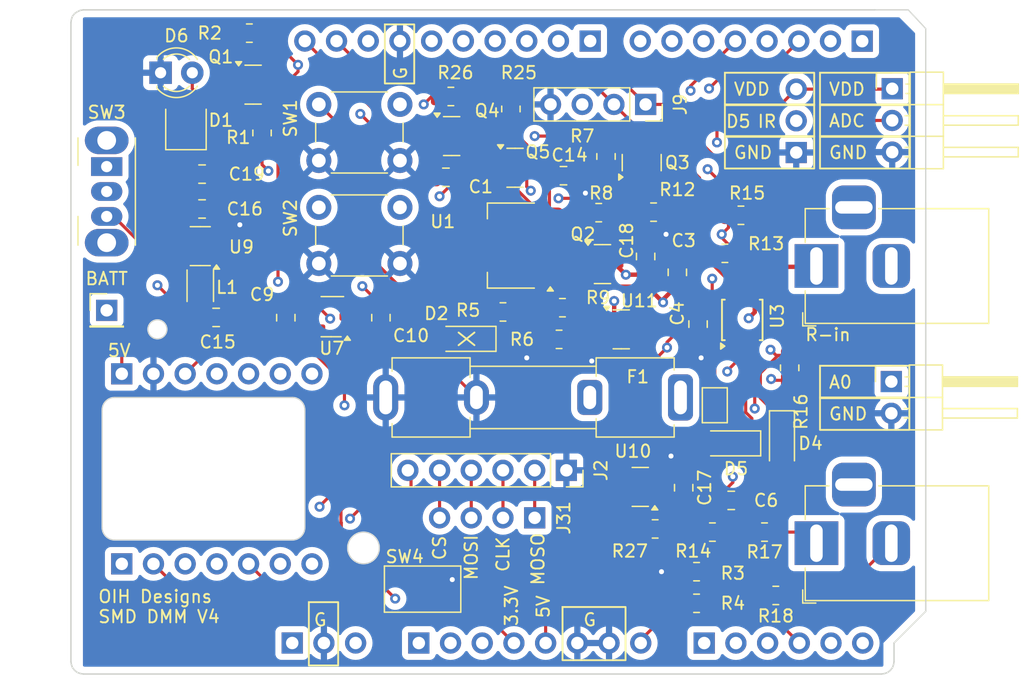
<source format=kicad_pcb>
(kicad_pcb (version 20240108) (generator "pcbnew") (generator_version "8.0")
  (layers (0 "F.Cu" signal) (1 "In1.Cu" signal) (2 "In2.Cu" signal) (31 "B.Cu" signal) (34 "B.Paste" user) (35 "F.Paste" user) (36 "B.SilkS" user "B.Silkscreen") (37 "F.SilkS" user "F.Silkscreen") (38 "B.Mask" user) (39 "F.Mask" user) (44 "Edge.Cuts" user))
  (net 0 "")
  (net 1 "GND")
  (net 2 "Resistor_Input")
  (net 3 "SDA")
  (net 4 "D6~")
  (net 5 "D7")
  (net 6 "+9V")
  (net 7 "SCL")
  (net 8 "V_Input_REF")
  (net 9 "V_Input_Float")
  (net 10 "ADS_ADDR")
  (net 11 "/V Ref to ADS")
  (net 12 "/R Circuit I Output")
  (net 13 "ADS_ALERT")
  (net 14 "/V Signal to ADS")
  (net 15 "A0{slash}D14")
  (net 16 "A2{slash}D16")
  (net 17 "D3~")
  (net 18 "VDD")
  (net 19 "I_Input")
  (net 20 "Net-(Q3-B)")
  (net 21 "D10~")
  (net 22 "D9~")
  (net 23 "D5~ (IR)")
  (net 24 "A1{slash}D15")
  (net 39 "Net-(Q1-C)")
  (net 40 "Net-(Q1-B)")
  (net 41 "Net-(Q2-G)")
  (net 42 "Net-(U1-VO)")
  (net 45 "A3{slash}D17")
  (net 46 "Net-(D1-A)")
  (net 47 "Net-(F1-Pad1)")
  (net 48 "+BATT")
  (net 49 "CS")
  (net 50 "Net-(Q4-C)")
  (net 51 "Net-(Q4-B)")
  (net 52 "Net-(Q5-E)")
  (net 53 "Net-(U7-C1-)")
  (net 54 "Net-(U7-C1+)")
  (net 55 "MISO")
  (net 56 "+3V3")
  (net 57 "Net-(U9-SW)")
  (net 58 "XIAO 5V")
  (net 59 "XIAO Batt Pin")
  (net 60 "MOSI")
  (net 61 "CLK")
  (footprint "Capacitor_SMD:C_0805_2012Metric_Pad1.18x1.45mm_HandSolder" (layer "F.Cu") (at 128.660305 73.49413 90)
    (property "Reference" "C4")
    (property "Value" "0.1uF")
  )
  (footprint "Resistor_SMD:R_0805_2012Metric_Pad1.20x1.40mm_HandSolder" (layer "F.Cu") (at 128.54 95.88 180)
    (property "Reference" "R4")
    (property "Value" "100K")
  )
  (footprint "Library:PinHeader_1x10_P2.54mm_Vertical_NoBox" (layer "F.Cu") (at 120.015 50.8 -90)
    (property "Reference" "J8" (hide yes))
    (property "Value" "DIGITAL2")
  )
  (footprint "Fuse:Fuseholder_Clip-5x20mm_Keystone_3512P_Inline_P23.62x7.27mm_D1.02x2.41x1.02x1.57mm_Horizontal" (layer "F.Cu") (at 127.254 79.375 180)
    (property "Reference" "F1")
    (property "Value" "Fuse")
  )
  (footprint "Resistor_SMD:R_0805_2012Metric_Pad1.20x1.40mm_HandSolder" (layer "F.Cu") (at 125.095 64.516 180)
    (property "Reference" "R12")
    (property "Value" "4.7K")
  )
  (footprint "Resistor_SMD:R_0805_2012Metric_Pad1.20x1.40mm_HandSolder" (layer "F.Cu") (at 130.81 67.818)
    (property "Reference" "R13")
    (property "Value" "1K")
  )
  (footprint "Connector_PinHeader_2.54mm:PinHeader_1x04_P2.54mm_Vertical" (layer "F.Cu") (at 115.57 89.027 -90)
    (property "Reference" "J31")
    (property "Value" "Conn_01x04")
  )
  (footprint "Resistor_SMD:R_0805_2012Metric_Pad1.20x1.40mm_HandSolder" (layer "F.Cu") (at 125.222 89.916)
    (property "Reference" "R27")
    (property "Value" "4.7K")
  )
  (footprint "Package_TO_SOT_SMD:SOT-223-3_TabPin2" (layer "F.Cu") (at 113.69 67.19875 180)
    (property "Reference" "U1")
    (property "Value" "LM317_TO-220")
  )
  (footprint "Jumper:SolderJumper-2_P1.3mm_Bridged_Pad1.0x1.5mm" (layer "F.Cu") (at 130 80 90)
    (property "Reference" "JP6" (hide yes))
    (property "Value" "Jumper_2_Bridged")
  )
  (footprint "Capacitor_SMD:C_0805_2012Metric_Pad1.18x1.45mm_HandSolder" (layer "F.Cu") (at 88.9215 61.468)
    (property "Reference" "C19")
    (property "Value" "22uF")
  )
  (footprint "Resistor_SMD:R_0805_2012Metric_Pad1.20x1.40mm_HandSolder" (layer "F.Cu") (at 108.855 55.245 180)
    (property "Reference" "R26")
    (property "Value" "1K")
  )
  (footprint "Package_SO:TSSOP-10_3x3mm_P0.5mm" (layer "F.Cu") (at 132.200305 73.15913 90)
    (property "Reference" "U3")
    (property "Value" "ADS1115IDGS")
  )
  (footprint "Resistor_SMD:R_0805_2012Metric_Pad1.20x1.40mm_HandSolder" (layer "F.Cu") (at 134.89 95.25 180)
    (property "Reference" "R18")
    (property "Value" "500.0K")
  )
  (footprint "Library:PinHeader_1x06_P2.54mm_Vertical_NoBox" (layer "F.Cu") (at 129.151624 99.067665 90)
    (property "Reference" "J10" (hide yes))
    (property "Value" "ANALOG")
  )
  (footprint "Package_TO_SOT_SMD:SOT-23" (layer "F.Cu") (at 124.145 60.54625 90)
    (property "Reference" "Q3")
    (property "Value" "MMBT3904")
  )
  (footprint "Resistor_SMD:R_0805_2012Metric_Pad1.20x1.40mm_HandSolder" (layer "F.Cu") (at 129.81 90.17)
    (property "Reference" "R14")
    (property "Value" "22.0K")
  )
  (footprint "Resistor_SMD:R_0805_2012Metric_Pad1.20x1.40mm_HandSolder" (layer "F.Cu") (at 121.285 60.055 -90)
    (property "Reference" "R7")
    (property "Value" "22K")
  )
  (footprint "Package_TO_SOT_SMD:SOT-23" (layer "F.Cu") (at 124.0305 86.548 180)
    (property "Reference" "U10")
    (property "Value" "LM4040DBZ-2.5")
  )
  (footprint "Resistor_SMD:R_0805_2012Metric_Pad1.20x1.40mm_HandSolder" (layer "F.Cu") (at 128.54 93.345)
    (property "Reference" "R3")
    (property "Value" "22K")
  )
  (footprint "Connector_PinHeader_2.54mm:PinHeader_1x03_P2.54mm_Horizontal" (layer "F.Cu") (at 144.215 54.625)
    (property "Reference" "J11" (hide yes))
    (property "Value" "I_Input")
  )
  (footprint "Resistor_SMD:R_0805_2012Metric_Pad1.20x1.40mm_HandSolder" (layer "F.Cu") (at 113.03 72.51875)
    (property "Reference" "R5")
    (property "Value" "62.0")
  )
  (footprint "Resistor_SMD:R_0805_2012Metric_Pad1.20x1.40mm_HandSolder" (layer "F.Cu") (at 117.795 72.17875)
    (property "Reference" "R9")
    (property "Value" "22.0K")
  )
  (footprint "Button_Switch_SMD:SW_SPST_CK_RS282G05A3" (layer "F.Cu") (at 106.59 94.742)
    (property "Reference" "SW4")
    (property "Value" "SW_Push")
  )
  (footprint "Resistor_SMD:R_0805_2012Metric_Pad1.20x1.40mm_HandSolder" (layer "F.Cu") (at 93.726 58.166 -90)
    (property "Reference" "R1")
    (property "Value" "500")
  )
  (footprint "Capacitor_SMD:C_0805_2012Metric_Pad1.18x1.45mm_HandSolder" (layer "F.Cu") (at 95.631 72.9805 -90)
    (property "Reference" "C9")
    (property "Value" "4.7uF")
  )
  (footprint "Button_Switch_THT:SW_PUSH_6mm" (layer "F.Cu") (at 98.275 64.135)
    (property "Reference" "SW2")
    (property "Value" "SW_Push")
  )
  (footprint "Package_TO_SOT_SMD:SOT-23" (layer "F.Cu") (at 122.5065 73.914)
    (property "Reference" "U11")
    (property "Value" "LM4040DBZ-5")
  )
  (footprint "Button_Switch_THT:SW_PUSH_6mm" (layer "F.Cu") (at 98.275 55.88)
    (property "Reference" "SW1")
    (property "Value" "SW_Push")
  )
  (footprint "Connector_PinHeader_2.54mm:PinHeader_1x02_P2.54mm_Horizontal" (layer "F.Cu") (at 144.145 78.105)
    (property "Reference" "J12" (hide yes))
    (property "Value" "Conn_01x02_Pin")
  )
  (footprint "Resistor_SMD:R_0805_2012Metric_Pad1.20x1.40mm_HandSolder" (layer "F.Cu") (at 133.985 90.17 180)
    (property "Reference" "R17")
    (property "Value" "500.0K")
  )
  (footprint "Package_TO_SOT_SMD:SOT-23-5" (layer "F.Cu") (at 88.7785 67.244 180)
    (property "Reference" "U9")
    (property "Value" "TPS613222ADBV")
  )
  (footprint "Package_TO_SOT_SMD:SOT-23-5_HandSoldering" (layer "F.Cu") (at 99.361 72.898 180)
    (property "Reference" "U7")
    (property "Value" "MAX1683")
  )
  (footprint "Connector_BarrelJack:BarrelJack_Horizontal" (layer "F.Cu") (at 138.145 91.06 180)
    (property "Reference" "J15" (hide yes))
    (property "Value" "Barrel_Jack")
  )
  (footprint "Package_TO_SOT_SMD:SOT-23" (layer "F.Cu") (at 121.0025 68.68375)
    (property "Reference" "Q2")
    (property "Value" "SI2302 MOSFET")
  )
  (footprint "Capacitor_SMD:C_0805_2012Metric_Pad1.18x1.45mm_HandSolder" (layer "F.Cu") (at 131.318 87.63)
    (property "Reference" "C6")
    (property "Value" "? DNP")
  )
  (footprint "Diode_SMD:D_SOD-123" (layer "F.Cu") (at 135.382 82.804 -90)
    (property "Reference" "D4")
    (property "Value" "D_Schottky")
  )
  (footprint "Resistor_SMD:R_0805_2012Metric_Pad1.20x1.40mm_HandSolder" (layer "F.Cu") (at 117.525 74.71875)
    (property "Reference" "R6")
    (property "Value" "330.0")
  )
  (footprint "Capacitor_SMD:C_0805_2012Metric_Pad1.18x1.45mm_HandSolder" (layer "F.Cu") (at 103.251 72.9805 90)
    (property "Reference" "C10")
    (property "Value" "4.7uF")
  )
  (footprint "Resistor_SMD:R_0805_2012Metric_Pad1.20x1.40mm_HandSolder" (layer "F.Cu") (at 136 77 90)
    (property "Reference" "R16")
    (property "Value" "1K")
  )
  (footprint "Package_TO_SOT_SMD:SOT-23" (layer "F.Cu") (at 93.0125 54.295)
    (property "Reference" "Q1")
    (property "Value" "MMBT3904" (hide yes))
  )
  (footprint "Library:PinHeader_1x08_P2.54mm_Vertical_NoBox" (layer "F.Cu") (at 106.287792 99.06511 90)
    (property "Reference" "J6" (hide yes))
    (property "Value" "POWER1")
  )
  (footprint "Connector_PinSocket_2.54mm:PinSocket_1x07_P2.54mm_Vertical" (layer "F.Cu") (at 82.487996 92.719534 90)
    (property "Reference" "J3" (hide yes))
    (property "Value" "Conn_01x07_Pin")
  )
  (footprint "Diode_SMD:D_SOD-123" (layer "F.Cu") (at 131.318 83.058 180)
    (property "Reference" "D5")
    (property "Value" "D_Schottky")
  )
  (footprint "Diode_SMD:D_SOD-123" (layer "F.Cu") (at 110.11 74.676 180)
    (property "Reference" "D2")
    (property "Value" "R Circuit V Clamp")
  )
  (footprint "Resistor_SMD:R_0805_2012Metric_Pad1.20x1.40mm_HandSolder" (layer "F.Cu") (at 120.7 64.55875)
    (property "Reference" "R8")
    (property "Value" "22K")
  )
  (footprint "Library:PinHeader_1x08_P2.54mm_Vertical_NoBox" (layer "F.Cu") (at 141.809463 50.808987 -90)
    (property "Reference" "J13" (hide yes))
    (property "Value" "DIGITAL1")
  )
  (footprint "Connector_BarrelJack:BarrelJack_Horizontal" (layer "F.Cu") (at 138.145 68.835 180)
    (property "Reference" "J14" (hide yes))
    (property "Value" "Barrel_Jack")
  )
  (footprint "Capacitor_SMD:C_0805_2012Metric_Pad1.18x1.45mm_HandSolder" (layer "F.Cu") (at 108.458 61.722 180)
    (property "Reference" "C1")
    (property "Value" "0.47uF")
  )
  (footprint "Library:PinHeader_1x03_P2.54mm_Vertical_NoBox" (layer "F.Cu") (at 136.525 59.735 180)
    (property "Reference" "J4" (hide yes))
    (property "Value" "IR Connection")
  )
  (footprint "Capacitor_SMD:C_0805_2012Metric_Pad1.18x1.45mm_HandSolder" (layer "F.Cu") (at 127 69.342 90)
    (property "Reference" "C3")
    (property "Value" "2.2uF")
  )
  (footprint "Resistor_SMD:R_0805_2012Metric_Pad1.20x1.40mm_HandSolder" (layer "F.Cu") (at 92.71 50.165 180)
    (property "Reference" "R2")
    (property "Value" "1K")
  )
  (footprint "Connector_PinSocket_2.54mm:PinSocket_1x07_P2.54mm_Vertical" (layer "F.Cu") (at 82.487996 77.479534 90)
    (property "Reference" "J1" (hide yes))
    (property "Value" "Conn_01x07_Pin")
  )
  (footprint "Connector_PinHeader_2.54mm:PinHeader_1x01_P2.54mm_Vertical" (layer "F.Cu") (at 81.28 72.39)
    (property "Reference" "TP3" (hide yes))
    (property "Value" "Batt Input")
  )
  (footprint "Capacitor_SMD:C_0805_2012Metric_Pad1.18x1.45mm_HandSolder" (layer "F.Cu") (at 127.508 86.614 -90)
    (property "Reference" "C17")
    (property "Value" "0.1uF")
  )
  (footprint "Inductor_SMD:L_Murata_DFE201610P" (layer "F.Cu") (at 88.7785 70.419 90)
    (property "Reference" "L1")
    (property "Value" "2.2uH")
  )
  (footprint "Connector_PinSocket_2.54mm:PinSocket_1x04_P2.54mm_Vertical" (layer "F.Cu") (at 124.46 55.88 -90)
    (property "Reference" "J9")
    (property "Value" "Out to Screen")
  )
  (footprint "LED_SMD:LED_Luminus_MP-3030-1100_3.0x3.0mm" (layer "F.Cu") (at 87.63 57.89 90)
    (property "Reference" "D1")
    (property "Value" "LED")
  )
  (footprint "Resistor_SMD:R_0805_2012Metric_Pad1.20x1.40mm_HandSolder" (layer "F.Cu") (at 132.096 64.77 180)
    (property "Reference" "R15")
    (property "Value" "1K")
  )
  (footprint "Capacitor_SMD:C_0805_2012Metric_Pad1.18x1.45mm_HandSolder" (layer "F.Cu") (at 117.8775 61.595)
    (property "Reference" "C14")
    (property "Value" "2.2uF")
  )
  (footprint "Package_TO_SOT_SMD:SOT-23" (layer "F.Cu") (at 108.9175 58.42)
    (property "Reference" "Q4")
    (property "Value" "MMBT3904")
  )
  (footprint "LED_THT:LED_D3.0mm_Clear" (layer "F.Cu") (at 85.598 53.34)
    (property "Reference" "D6")
    (property "Value" "LED")
  )
  (footprint "Capacitor_SMD:C_0805_2012Metric_Pad1.18x1.45mm_HandSolder" (layer "F.Cu") (at 90.0485 72.959)
    (property "Reference" "C15")
    (property "Value" "4.7uF")
  )
  (footprint "Connector_PinSocket_2.54mm:PinSocket_1x06_P2.54mm_Vertical" (layer "F.Cu") (at 118.11 85.217 -90)
    (property "Reference" "J2")
    (property "Value" "MicoSD")
  )
  (footprint "Package_TO_SOT_SMD:SOT-23" (layer "F.Cu") (at 113.9975 60.96)
    (property "Reference" "Q5")
    (property "Value" "MMBT3904")
  )
  (footprint "Button_Switch_THT:SW_Slide_SPDT_Angled_CK_OS102011MA1Q" (layer "F.Cu") (at 81.28 60.865 -90)
    (property "Reference" "SW3")
    (property "Value" "SW_SPDT")
  )
  (footprint "Library:PinHeader_1x03_P2.54mm_Vertical_NoBox" (layer "F.Cu") (at 96.143981 99.063151 90)
    (property "Reference" "J5" (hide yes))
    (property "Value" "POWER2")
  )
  (footprint "Capacitor_SMD:C_0805_2012Metric_Pad1.18x1.45mm_HandSolder" (layer "F.Cu") (at 88.9215 64.262)
    (property "Reference" "C16")
    (property "Value" "22uF")
  )
  (footprint "Capacitor_SMD:C_0805_2012Metric_Pad1.18x1.45mm_HandSolder" (layer "F.Cu") (at 124.46 68.072 90)
    (property "Reference" "C18")
    (property "Value" "1uF")
  )
  (footprint "Resistor_SMD:R_0805_2012Metric_Pad1.20x1.40mm_HandSolder" (layer "F.Cu") (at 113.665 56.245 -90)
    (property "Reference" "R25")
    (property "Value" "1K")
  )
  (gr_rect (start 138.43 76.835) (end 145.585 79.435) (stroke (width 0.15)) (fill none) (layer "F.SilkS"))
  (gr_rect (start 103.567758 49.467044) (end 105.91855 54.201136) (stroke (width 0.15)) (fill none) (layer "F.SilkS"))
  (gr_rect (start 130.81 53.34) (end 137.965 55.94) (stroke (width 0.15)) (fill none) (layer "F.SilkS"))
  (gr_rect (start 138.43 79.375) (end 145.585 81.975) (stroke (width 0.15)) (fill none) (layer "F.SilkS"))
  (gr_rect (start 117.800432 96.176612) (end 122.849754 100.44112) (stroke (width 0.15)) (fill none) (layer "F.SilkS"))
  (gr_line (start 109.474 75.184) (end 110.744 74.168) (stroke (width 0.15)) (layer "F.SilkS"))
  (gr_rect (start 97.477467 95.788603) (end 99.825034 100.86181) (stroke (width 0.15)) (fill none) (layer "F.SilkS"))
  (gr_rect (start 130.81 58.42) (end 137.965 61.02) (stroke (width 0.15)) (fill none) (layer "F.SilkS"))
  (gr_rect (start 138.43 53.34) (end 145.585 55.94) (stroke (width 0.15)) (fill none) (layer "F.SilkS"))
  (gr_rect (start 138.43 55.88) (end 145.585 58.48) (stroke (width 0.15)) (fill none) (layer "F.SilkS"))
  (gr_line (start 109.474 74.168) (end 110.744 75.184) (stroke (width 0.15)) (layer "F.SilkS"))
  (gr_rect (start 130.81 55.88) (end 137.965 58.48) (stroke (width 0.15)) (fill none) (layer "F.SilkS"))
  (gr_rect (start 138.43 58.42) (end 145.585 61.02) (stroke (width 0.15)) (fill none) (layer "F.SilkS"))
  (gr_line (start 79.155572 48.342318) (end 79.409482 48.3) (stroke (width 0.12)) (layer "Edge.Cuts"))
  (gr_arc (start 80.915 80.375) (mid 81.207893 79.667893) (end 81.915 79.375) (stroke (width 0.1)) (layer "Edge.Cuts"))
  (gr_line (start 78.711229 48.596228) (end 78.922821 48.448114) (stroke (width 0.12)) (layer "Edge.Cuts"))
  (gr_line (start 78.922821 101.423045) (end 78.711229 101.253771) (stroke (width 0.12)) (layer "Edge.Cuts"))
  (gr_circle (center 85.344 73.914) (end 86.106 73.914) (stroke (width 0.1)) (fill none) (layer "Edge.Cuts"))
  (gr_line (start 146.899617 96.521794) (end 144.360514 99.060897) (stroke (width 0.12)) (layer "Edge.Cuts"))
  (gr_line (start 79.409482 48.3) (end 142.837052 48.3) (stroke (width 0.12)) (layer "Edge.Cuts"))
  (gr_line (start 79.155572 101.507681) (end 78.922821 101.423045) (stroke (width 0.12)) (layer "Edge.Cuts"))
  (gr_line (start 144.318196 100.809428) (end 144.233559 101.042179) (stroke (width 0.12)) (layer "Edge.Cuts"))
  (gr_line (start 144.233559 101.042179) (end 144.064285 101.253771) (stroke (width 0.12)) (layer "Edge.Cuts"))
  (gr_line (start 143.852694 101.423045) (end 143.619942 101.507681) (stroke (width 0.12)) (layer "Edge.Cuts"))
  (gr_line (start 78.415 49.315641) (end 78.457318 49.040571) (stroke (width 0.12)) (layer "Edge.Cuts"))
  (gr_line (start 144.360514 99.060897) (end 144.360514 100.555518) (stroke (width 0.12)) (layer "Edge.Cuts"))
  (gr_line (start 97.155 80.375) (end 97.155 89.805) (stroke (width 0.1)) (layer "Edge.Cuts"))
  (gr_line (start 145.5 48.3) (end 146.9 49.8) (stroke (width 0.1)) (layer "Edge.Cuts"))
  (gr_arc (start 81.915 90.805) (mid 81.207893 90.512107) (end 80.915 89.805) (stroke (width 0.1)) (layer "Edge.Cuts"))
  (gr_line (start 78.457318 100.809428) (end 78.415 100.555518) (stroke (width 0.12)) (layer "Edge.Cuts"))
  (gr_line (start 143.619942 101.507681) (end 143.366032 101.55) (stroke (width 0.12)) (layer "Edge.Cuts"))
  (gr_arc (start 96.155 79.375) (mid 96.862107 79.667893) (end 97.155 80.375) (stroke (width 0.1)) (layer "Edge.Cuts"))
  (gr_line (start 144.064285 101.253771) (end 143.852694 101.423045) (stroke (width 0.12)) (layer "Edge.Cuts"))
  (gr_line (start 78.711229 101.253771) (end 78.541955 101.042179) (stroke (width 0.12)) (layer "Edge.Cuts"))
  (gr_line (start 79.409482 101.55) (end 79.155572 101.507681) (stroke (width 0.12)) (layer "Edge.Cuts"))
  (gr_line (start 81.915 90.805) (end 96.155 90.805) (stroke (width 0.1)) (layer "Edge.Cuts"))
  (gr_line (start 144.360514 100.555518) (end 144.318196 100.809428) (stroke (width 0.12)) (layer "Edge.Cuts"))
  (gr_line (start 78.415 100.555518) (end 78.415 49.315641) (stroke (width 0.12)) (layer "Edge.Cuts"))
  (gr_line (start 96.155 79.375) (end 81.915 79.375) (stroke (width 0.1)) (layer "Edge.Cuts"))
  (gr_line (start 143.366032 101.55) (end 79.409482 101.55) (stroke (width 0.12)) (layer "Edge.Cuts"))
  (gr_circle (center 101.854 91.44) (end 103.124 91.44) (stroke (width 0.1)) (fill none) (layer "Edge.Cuts"))
  (gr_line (start 78.541955 48.80782) (end 78.711229 48.596228) (stroke (width 0.12)) (layer "Edge.Cuts"))
  (gr_line (start 78.541955 101.042179) (end 78.457318 100.809428) (stroke (width 0.12)) (layer "Edge.Cuts"))
  (gr_arc (start 97.155 89.805) (mid 96.862107 90.512107) (end 96.155 90.805) (stroke (width 0.1)) (layer "Edge.Cuts"))
  (gr_line (start 80.915 89.805) (end 80.915 80.375) (stroke (width 0.1)) (layer "Edge.Cuts"))
  (gr_line (start 146.9 49.8) (end 146.899617 63.788527) (stroke (width 0.1)) (layer "Edge.Cuts"))
  (gr_line (start 78.922821 48.448114) (end 79.155572 48.342318) (stroke (width 0.12)) (layer "Edge.Cuts"))
  (gr_line (start 78.457318 49.040571) (end 78.541955 48.80782) (stroke (width 0.12)) (layer "Edge.Cuts"))
  (gr_line (start 142.837052 48.3) (end 145.5 48.3) (stroke (width 0.1)) (layer "Edge.Cuts"))
  (gr_line (start 146.899617 63.788527) (end 146.899617 96.521794) (stroke (width 0.12)) (layer "Edge.Cuts"))
  (gr_text "CS" (at 107.95 91.44 90) (layer "F.SilkS") (effects (font (size 1 1))))
  (gr_text "ADC" (at 139.065 57.785 0) (layer "F.SilkS") (effects (font (size 1 1)) (justify left bottom)))
  (gr_text "IR" (at 133.35 57.83 0) (layer "F.SilkS") (effects (font (size 1 1)) (justify left bottom)))
  (gr_text "G" (at 97.79 97.79 0) (layer "F.SilkS") (effects (font (size 1 1)) (justify left bottom)))
  (gr_text "5V" (at 81.28 76.2 0) (layer "F.SilkS") (effects (font (size 1 1)) (justify left bottom)))
  (gr_text "GND" (at 131.445 60.325 0) (layer "F.SilkS") (effects (font (size 1 1)) (justify left bottom)))
  (gr_text "G" (at 105.41 53.975 90) (layer "F.SilkS") (effects (font (size 1 1)) (justify left bottom)))
  (gr_text "R-in" (at 137.16 74.93 0) (layer "F.SilkS") (effects (font (size 1 1)) (justify left bottom)))
  (gr_text "VDD" (at 139.065 55.245 0) (layer "F.SilkS") (effects (font (size 1 1)) (justify left bottom)))
  (gr_text "CLK" (at 113.03 91.948 90) (layer "F.SilkS") (effects (font (size 1 1))))
  (gr_text "GND" (at 139.065 81.28 0) (layer "F.SilkS") (effects (font (size 1 1)) (justify left bottom)))
  (gr_text "VDD" (at 131.445 55.245 0) (layer "F.SilkS") (effects (font (size 1 1)) (justify left bottom)))
  (gr_text "MOSI" (at 110.49 92.202 90) (layer "F.SilkS") (effects (font (size 1 1))))
  (gr_text "G" (at 119.38 97.79 0) (layer "F.SilkS") (effects (font (size 1 1)) (justify left bottom)))
  (gr_text "A0" (at 139.065 78.74 0) (layer "F.SilkS") (effects (font (size 1 1)) (justify left bottom)))
  (gr_text "3.3V" (at 114.3 97.79 90) (layer "F.SilkS") (effects (font (size 1 1)) (justify left bottom)))
  (gr_text "MOSO" (at 115.834 92.329 90) (layer "F.SilkS") (effects (font (size 1 1))))
  (gr_text "BATT" (at 81.28 69.85 0) (layer "F.SilkS") (effects (font (size 1 1))))
  (gr_text "GND" (at 139.065 60.325 0) (layer "F.SilkS") (effects (font (size 1 1)) (justify left bottom)))
  (gr_text "5V" (at 116.84 97.155 90) (layer "F.SilkS") (effects (font (size 1 1)) (justify left bottom)))
  (gr_text "OIH Designs\nSMD DMM V4" (at 80.518 97.536 0) (layer "F.SilkS") (effects (font (size 1 1)) (justify left bottom)))
  (gr_text "D5" (at 130.81 57.83 0) (layer "F.SilkS") (effects (font (size 1 1)) (justify left bottom)))
  (segment (start 116.41625 74.71875) (end 114.935 76.2) (width 0.25) (layer "F.Cu") (net 1))
  (segment (start 106.2225 61.8275) (end 104.775 60.38) (width 0.25) (layer "F.Cu") (net 1))
  (segment (start 116.525 74.71875) (end 116.41625 74.71875) (width 0.25) (layer "F.Cu") (net 1))
  (segment (start 121.569 75.027) (end 121.569 74.864) (width 0.25) (layer "F.Cu") (net 1))
  (segment (start 127.508 85.09) (end 126.492 84.074) (width 0.25) (layer "F.Cu") (net 1))
  (segment (start 129.668 83.058) (end 129.668 80.982) (width 0.25) (layer "F.Cu") (net 1))
  (segment (start 124.018 86.548) (end 124.968 85.598) (width 0.25) (layer "F.Cu") (net 1))
  (segment (start 127.381 83.185) (end 129.541 83.185) (width 0.25) (layer "F.Cu") (net 1))
  (segment (start 85.598 56.833) (end 85.598 53.34) (width 0.25) (layer "F.Cu") (net 1))
  (segment (start 105.785 59.37) (end 104.775 60.38) (width 0.25) (layer "F.Cu") (net 1))
  (segment (start 87.63 58.465) (end 87.23 58.465) (width 0.25) (layer "F.Cu") (net 1))
  (segment (start 129.541 83.185) (end 129.668 83.058) (width 0.25) (layer "F.Cu") (net 1))
  (segment (start 87.63 58.465) (end 87.675 58.465) (width 0.25) (layer "F.Cu") (net 1))
  (segment (start 126.492 84.074) (end 127.381 83.185) (width 0.25) (layer "F.Cu") (net 1))
  (segment (start 125.095 62.73375) (end 126.095 63.73375) (width 0.25) (layer "F.Cu") (net 1))
  (segment (start 128.905 76.2) (end 128.660305 75.955305) (width 0.25) (layer "F.Cu") (net 1))
  (segment (start 125.2005 66.294) (end 124.46 67.0345) (width 0.25) (layer "F.Cu") (net 1))
  (segment (start 108.46 76.931) (end 110.904 79.375) (width 0.25) (layer "F.Cu") (net 1))
  (segment (start 123.093 86.548) (end 124.018 86.548) (width 0.25) (layer "F.Cu") (net 1))
  (segment (start 122.494 74.864) (end 123.444 73.914) (width 0.25) (layer "F.Cu") (net 1))
  (segment (start 103.251 74.018) (end 103.251 74.295) (width 0.25) (layer "F.Cu") (net 1))
  (segment (start 128.660305 75.955305) (end 128.660305 74.53163) (width 0.25) (layer "F.Cu") (net 1))
  (segment (start 127.508 85.5765) (end 127.508 85.09) (width 0.25) (layer "F.Cu") (net 1))
  (segment (start 103.251 74.295) (end 103.634 74.678) (width 0.25) (layer "F.Cu") (net 1))
  (segment (start 125.095 61.48375) (end 125.095 62.73375) (width 0.25) (layer "F.Cu") (net 1))
  (segment (start 126.095 63.73375) (end 126.095 67.3995) (width 0.25) (layer "F.Cu") (net 1))
  (segment (start 108.46 74.676) (end 108.46 76.931) (width 0.25) (layer "F.Cu") (net 1))
  (segment (start 131.845305 74.12913) (end 132.200305 74.48413) (width 0.25) (layer "F.Cu") (net 1))
  (segment (start 129.062805 74.12913) (end 131.845305 74.12913) (width 0.25) (layer "F.Cu") (net 1))
  (segment (start 129.668 80.982) (end 130 80.65) (width 0.25) (layer "F.Cu") (net 1))
  (segment (start 132.200305 74.48413) (end 132.200305 75.30913) (width 0.25) (layer "F.Cu") (net 1))
  (segment (start 118.915 61.595) (end 118.915 62.273) (width 0.25) (layer "F.Cu") (net 1))
  (segment (start 126.492 84.074) (end 124.968 85.598) (width 0.25) (layer "F.Cu") (net 1))
  (segment (start 109.728 94.742) (end 110.49 94.742) (width 0.25) (layer "F.Cu") (net 1))
  (segment (start 108.966 93.98) (end 109.728 94.742) (width 0.25) (layer "F.Cu") (net 1))
  (segment (start 126.095 66.294) (end 125.2005 66.294) (width 0.25) (layer "F.Cu") (net 1))
  (segment (start 87.23 58.465) (end 85.598 56.833) (width 0.25) (layer "F.Cu") (net 1))
  (segment (start 118.915 62.273) (end 119.634 62.992) (width 0.25) (layer "F.Cu") (net 1))
  (segment (start 107.5475 61.8275) (end 106.2225 61.8275) (width 0.25) (layer "F.Cu") (net 1))
  (segment (start 125.73 93.345) (end 127.54 93.345) (width 0.25) (layer "F.Cu") (net 1))
  (segment (start 126.095 67.3995) (end 127 68.3045) (width 0.25) (layer "F.Cu") (net 1))
  (segment (start 103.081 73.848) (end 103.251 74.018) (width 0.25) (layer "F.Cu") (net 1))
  (segment (start 121.569 74.864) (end 122.494 74.864) (width 0.25) (layer "F.Cu") (net 1))
  (segment (start 107.98 59.37) (end 105.785 59.37) (width 0.25) (layer "F.Cu") (net 1))
  (segment (start 100.711 73.848) (end 103.081 73.848) (width 0.25) (layer "F.Cu") (net 1))
  (segment (start 120.142 76.454) (end 121.569 75.027) (width 0.25) (layer "F.Cu") (net 1))
  (segment (start 128.660305 74.53163) (end 129.062805 74.12913) (width 0.25) (layer "F.Cu") (net 1))
  (segment (start 103.294 73.975) (end 103.251 74.018) (width 0.25) (layer "F.Cu") (net 1))
  (segment (start 103.634 74.678) (end 103.634 78.486) (width 0.25) (layer "F.Cu") (net 1))
  (via (at 125.73 93.345) (size 0.8) (drill 0.4) (layers "F.Cu" "B.Cu") (net 1))
  (via (at 91.948 65.532) (size 0.8) (drill 0.4) (layers "F.Cu" "B.Cu") (net 1))
  (via (at 114.935 76.2) (size 0.8) (drill 0.4) (layers "F.Cu" "B.Cu") (net 1))
  (via (at 108.966 93.98) (size 0.8) (drill 0.4) (layers "F.Cu" "B.Cu") (net 1))
  (via (at 128.905 76.2) (size 0.8) (drill 0.4) (layers "F.Cu" "B.Cu") (net 1))
  (via (at 120.142 76.454) (size 0.8) (drill 0.4) (layers "F.Cu" "B.Cu") (net 1))
  (via (at 126.492 84.074) (size 0.8) (drill 0.4) (layers "F.Cu" "B.Cu") (net 1))
  (via (at 119.634 62.992) (size 0.8) (drill 0.4) (layers "F.Cu" "B.Cu") (net 1))
  (via (at 126.095 66.294) (size 0.8) (drill 0.4) (layers "F.Cu" "B.Cu") (net 1))
  (segment (start 118.795 70.90375) (end 118.795 72.17875) (width 0.35) (layer "F.Cu") (net 2))
  (segment (start 124.594875 70.492875) (end 120.924125 70.492875) (width 0.35) (layer "F.Cu") (net 2))
  (segment (start 135.306935 68.9025) (end 138.605 68.9025) (width 0.35) (layer "F.Cu") (net 2))
  (segment (start 125.857 71.755) (end 124.594875 70.492875) (width 0.35) (layer "F.Cu") (net 2))
  (segment (start 120.924125 70.492875) (end 120.065 69.63375) (width 0.35) (layer "F.Cu") (net 2))
  (segment (start 132.715 73.025) (end 133.200305 72.539695) (width 0.35) (layer "F.Cu") (net 2))
  (segment (start 125.857 71.5225) (end 127 70.3795) (width 0.35) (layer "F.Cu") (net 2))
  (segment (start 120.065 69.63375) (end 118.795 70.90375) (width 0.35) (layer "F.Cu") (net 2))
  (segment (start 133.200305 71.00913) (end 135.306935 68.9025) (width 0.35) (layer "F.Cu") (net 2))
  (segment (start 133.200305 72.539695) (end 133.200305 71.00913) (width 0.35) (layer "F.Cu") (net 2))
  (segment (start 125.857 71.755) (end 125.857 71.5225) (width 0.35) (layer "F.Cu") (net 2))
  (via (at 132.715 73.025) (size 0.8) (drill 0.4) (layers "F.Cu" "B.Cu") (net 2))
  (via (at 125.857 71.755) (size 0.8) (drill 0.4) (layers "F.Cu" "B.Cu") (net 2))
  (segment (start 133.096 64.77) (end 133.096 68.326) (width 0.25) (layer "F.Cu") (net 3))
  (segment (start 100.0495 89.390805) (end 100.076 89.417305) (width 0.25) (layer "F.Cu") (net 3))
  (segment (start 101.6 56.642) (end 102.362 57.404) (width 0.25) (layer "F.Cu") (net 3))
  (segment (start 124.46 55.88) (end 125.811875 55.88) (width 0.25) (layer "F.Cu") (net 3))
  (segment (start 102.362 57.404) (end 102.362 68.732229) (width 0.25) (layer "F.Cu") (net 3))
  (segment (start 125.811875 55.88) (end 133.096 63.164125) (width 0.25) (layer "F.Cu") (net 3))
  (segment (start 121.92 53.34) (end 102.235 53.34) (width 0.25) (layer "F.Cu") (net 3))
  (segment (start 100.076 89.417305) (end 100.076 92.456) (width 0.25) (layer "F.Cu") (net 3))
  (segment (start 124.46 55.88) (end 121.92 53.34) (width 0.25) (layer "F.Cu") (net 3))
  (segment (start 131.700305 69.721695) (end 131.700305 71.00913) (width 0.25) (layer "F.Cu") (net 3))
  (segment (start 103.124 85.344) (end 100.0495 88.4185) (width 0.25) (layer "F.Cu") (net 3))
  (segment (start 102.235 53.34) (end 99.695 50.8) (width 0.25) (layer "F.Cu") (net 3))
  (segment (start 102.362 68.732229) (end 105.918 72.288229) (width 0.25) (layer "F.Cu") (net 3))
  (segment (start 94.162462 94.234) (end 92.647996 92.719534) (width 0.25) (layer "F.Cu") (net 3))
  (segment (start 105.918 72.288229) (end 105.918 81.534) (width 0.25) (layer "F.Cu") (net 3))
  (segment (start 103.124 84.328) (end 103.124 85.344) (width 0.25) (layer "F.Cu") (net 3))
  (segment (start 105.918 81.534) (end 103.124 84.328) (width 0.25) (layer "F.Cu") (net 3))
  (segment (start 98.298 94.234) (end 94.162462 94.234) (width 0.25) (layer "F.Cu") (net 3))
  (segment (start 100.076 92.456) (end 98.298 94.234) (width 0.25) (layer "F.Cu") (net 3))
  (segment (start 100.0495 88.4185) (end 100.0495 89.390805) (width 0.25) (layer "F.Cu") (net 3))
  (segment (start 133.096 63.164125) (end 133.096 64.77) (width 0.25) (layer "F.Cu") (net 3))
  (segment (start 133.096 68.326) (end 131.700305 69.721695) (width 0.25) (layer "F.Cu") (net 3))
  (via (at 101.6 56.642) (size 0.8) (drill 0.4) (layers "F.Cu" "B.Cu") (net 3))
  (segment (start 95.005 70.095) (end 95.005 54.855) (width 0.25) (layer "F.Cu") (net 4))
  (segment (start 96.61 53.25) (end 96.61 52.705) (width 0.25) (layer "F.Cu") (net 4))
  (segment (start 95.005 54.855) (end 96.61 53.25) (width 0.25) (layer "F.Cu") (net 4))
  (segment (start 94.07 50.165) (end 96.61 52.705) (width 0.25) (layer "F.Cu") (net 4))
  (segment (start 93.71 50.165) (end 94.07 50.165) (width 0.25) (layer "F.Cu") (net 4))
  (via (at 95.005 70.095) (size 0.8) (drill 0.4) (layers "F.Cu" "B.Cu") (net 4))
  (via (at 96.61 52.705) (size 0.8) (drill 0.4) (layers "F.Cu" "B.Cu") (net 4))
  (segment (start 118.745 59.055) (end 121.285 59.055) (width 0.25) (layer "F.Cu") (net 5))
  (segment (start 115.57 58.42) (end 118.11 58.42) (width 0.25) (layer "F.Cu") (net 5))
  (segment (start 118.11 58.42) (end 118.745 59.055) (width 0.25) (layer "F.Cu") (net 5))
  (via (at 115.57 58.42) (size 0.8) (drill 0.4) (layers "F.Cu" "B.Cu") (net 5))
  (segment (start 117.475 63.41) (end 118.55125 63.41) (width 0.25) (layer "F.Cu") (net 6))
  (segment (start 101.76 70.452) (end 103.251 71.943) (width 0.25) (layer "F.Cu") (net 6))
  (segment (start 109.6225 61.8275) (end 109.3685 61.8275) (width 0.25) (layer "F.Cu") (net 6))
  (segment (start 113.665 57.845) (end 114.935 59.115) (width 0.25) (layer "F.Cu") (net 6))
  (segment (start 114.935 59.115) (end 114.935 60.96) (width 0.25) (layer "F.Cu") (net 6))
  (segment (start 118.55125 63.41) (end 119.7 64.55875) (width 0.25) (layer "F.Cu") (net 6))
  (segment (start 100.711 72.898) (end 102.296 72.898) (width 0.25) (layer "F.Cu") (net 6))
  (segment (start 109.6225 61.8275) (end 110.49 60.96) (width 0.25) (layer "F.Cu") (net 6))
  (segment (start 102.296 72.898) (end 103.251 71.943) (width 0.25) (layer "F.Cu") (net 6))
  (segment (start 115.257152 62.796848) (end 114.935 62.474696) (width 0.25) (layer "F.Cu") (net 6))
  (segment (start 109.3685 61.8275) (end 107.95 63.246) (width 0.25) (layer "F.Cu") (net 6))
  (segment (start 113.665 57.245) (end 113.665 57.845) (width 0.25) (layer "F.Cu") (net 6))
  (segment (start 110.49 60.96) (end 114.935 60.96) (width 0.25) (layer "F.Cu") (net 6))
  (segment (start 114.935 62.474696) (end 114.935 60.96) (width 0.25) (layer "F.Cu") (net 6))
  (via (at 117.475 63.41) (size 0.8) (drill 0.4) (layers "F.Cu" "B.Cu") (net 6))
  (via (at 101.76 70.452) (size 0.8) (drill 0.4) (layers "F.Cu" "B.Cu") (net 6))
  (via (at 115.257152 62.796848) (size 0.8) (drill 0.4) (layers "F.Cu" "B.Cu") (net 6))
  (via (at 107.95 63.246) (size 0.8) (drill 0.4) (layers "F.Cu" "B.Cu") (net 6))
  (segment (start 102.87 68.603833) (end 102.87 56.515) (width 0.25) (layer "F.Cu") (net 7))
  (segment (start 106.426 81.788) (end 106.426 72.159833) (width 0.25) (layer "F.Cu") (net 7))
  (segment (start 128.778 61.778) (end 124.785 57.785) (width 0.25) (layer "F.Cu") (net 7))
  (segment (start 100.7745 89.0905) (end 103.632 86.233) (width 0.25) (layer "F.Cu") (net 7))
  (segment (start 124.785 57.785) (end 123.825 57.785) (width 0.25) (layer "F.Cu") (net 7))
  (segment (start 101.6 55.245) (end 97.155 50.8) (width 0.25) (layer "F.Cu") (net 7))
  (segment (start 129.81 67.818) (end 129.81 68.702994) (width 0.25) (layer "F.Cu") (net 7))
  (segment (start 103.632 84.582) (end 106.426 81.788) (width 0.25) (layer "F.Cu") (net 7))
  (segment (start 120.015 53.975) (end 121.92 55.88) (width 0.25) (layer "F.Cu") (net 7))
  (segment (start 102.87 56.515) (end 101.6 55.245) (width 0.25) (layer "F.Cu") (net 7))
  (segment (start 101.6 55.245) (end 102.87 53.975) (width 0.25) (layer "F.Cu") (net 7))
  (segment (start 123.825 57.785) (end 121.92 55.88) (width 0.25) (layer "F.Cu") (net 7))
  (segment (start 103.632 86.233) (end 103.632 84.582) (width 0.25) (layer "F.Cu") (net 7))
  (segment (start 106.426 72.159833) (end 102.87 68.603833) (width 0.25) (layer "F.Cu") (net 7))
  (segment (start 102.87 53.975) (end 120.015 53.975) (width 0.25) (layer "F.Cu") (net 7))
  (segment (start 128.778 66.786) (end 128.778 61.778) (width 0.25) (layer "F.Cu") (net 7))
  (segment (start 131.200305 70.093299) (end 131.200305 71.00913) (width 0.25) (layer "F.Cu") (net 7))
  (segment (start 129.81 67.50913) (end 129.794 67.52513) (width 0.25) (layer "F.Cu") (net 7))
  (segment (start 129.81 68.702994) (end 131.200305 70.093299) (width 0.25) (layer "F.Cu") (net 7))
  (segment (start 129.81 67.818) (end 128.778 66.786) (width 0.25) (layer "F.Cu") (net 7))
  (via (at 100.7745 89.0905) (size 0.8) (drill 0.4) (layers "F.Cu" "B.Cu") (net 7))
  (segment (start 139.955 95.25) (end 144.145 91.06) (width 0.25) (layer "F.Cu") (net 8))
  (segment (start 135.89 95.25) (end 139.955 95.25) (width 0.25) (layer "F.Cu") (net 8))
  (segment (start 137.255 90.17) (end 138.145 91.06) (width 0.25) (layer "F.Cu") (net 9))
  (segment (start 134.985 90.17) (end 137.255 90.17) (width 0.25) (layer "F.Cu") (net 9))
  (segment (start 130 79) (end 129.65 79.35) (width 0.25) (layer "F.Cu") (net 10))
  (segment (start 130 76.509435) (end 130 79) (width 0.25) (layer "F.Cu") (net 10))
  (segment (start 131.200305 75.30913) (end 130 76.509435) (width 0.25) (layer "F.Cu") (net 10))
  (segment (start 126.222 89.916) (end 126.222 88.945) (width 0.25) (layer "F.Cu") (net 11))
  (segment (start 131.445 86.19) (end 130.64 86.995) (width 0.25) (layer "F.Cu") (net 11))
  (segment (start 133.89 95.25) (end 128.81 90.17) (width 0.25) (layer "F.Cu") (net 11))
  (segment (start 131.445 85.725) (end 131.445 86.19) (width 0.25) (layer "F.Cu") (net 11))
  (segment (start 126.1845 89.916) (end 128.3235 89.916) (width 0.25) (layer "F.Cu") (net 11))
  (segment (start 128.81 88.825) (end 128.81 90.17) (width 0.25) (layer "F.Cu") (net 11))
  (segment (start 126.222 88.945) (end 124.9285 87.6515) (width 0.25) (layer "F.Cu") (net 11))
  (segment (start 126.1685 89.932) (end 126.1845 89.916) (width 0.25) (layer "F.Cu") (net 11))
  (segment (start 128.3235 89.916) (end 128.7565 90.349) (width 0.25) (layer "F.Cu") (net 11))
  (segment (start 133.200305 80.264) (end 133.200305 75.30913) (width 0.25) (layer "F.Cu") (net 11))
  (segment (start 130.64 86.995) (end 128.81 88.825) (width 0.25) (layer "F.Cu") (net 11))
  (segment (start 124.9285 87.6515) (end 127.508 87.6515) (width 0.25) (layer "F.Cu") (net 11))
  (via (at 131.445 85.725) (size 0.8) (drill 0.4) (layers "F.Cu" "B.Cu") (net 11))
  (via (at 133.200305 80.264) (size 0.8) (drill 0.4) (layers "F.Cu" "B.Cu") (net 11))
  (segment (start 124.037 69.5325) (end 124.46 69.1095) (width 0.35) (layer "F.Cu") (net 12))
  (segment (start 121.94 72.60125) (end 119.8225 74.71875) (width 0.35) (layer "F.Cu") (net 12))
  (segment (start 122.8725 69.5325) (end 122.02375 68.68375) (width 0.35) (layer "F.Cu") (net 12))
  (segment (start 116.795 69.54375) (end 116.84 69.49875) (width 0.35) (layer "F.Cu") (net 12))
  (segment (start 121.94 71.64375) (end 121.94 72.60125) (width 0.35) (layer "F.Cu") (net 12))
  (segment (start 122.8725 69.5325) (end 124.037 69.5325) (width 0.35) (layer "F.Cu") (net 12))
  (segment (start 114.37 72.17875) (end 114.03 72.51875) (width 0.35) (layer "F.Cu") (net 12))
  (segment (start 116.795 72.17875) (end 116.795 69.54375) (width 0.35) (layer "F.Cu") (net 12))
  (segment (start 113.91725 72.51875) (end 111.76 74.676) (width 0.35) (layer "F.Cu") (net 12))
  (segment (start 122.02375 68.68375) (end 121.94 68.68375) (width 0.35) (layer "F.Cu") (net 12))
  (segment (start 114.03 72.51875) (end 113.91725 72.51875) (width 0.35) (layer "F.Cu") (net 12))
  (segment (start 116.795 72.98875) (end 118.525 74.71875) (width 0.35) (layer "F.Cu") (net 12))
  (segment (start 116.795 72.17875) (end 116.795 72.98875) (width 0.35) (layer "F.Cu") (net 12))
  (segment (start 119.8225 74.71875) (end 118.525 74.71875) (width 0.35) (layer "F.Cu") (net 12))
  (segment (start 116.795 72.17875) (end 114.37 72.17875) (width 0.35) (layer "F.Cu") (net 12))
  (via (at 122.8725 69.5325) (size 0.8) (drill 0.4) (layers "F.Cu" "B.Cu") (net 12))
  (via (at 121.94 71.64375) (size 0.8) (drill 0.4) (layers "F.Cu" "B.Cu") (net 12))
  (segment (start 134.515742 77.895742) (end 134.62 78) (width 0.25) (layer "F.Cu") (net 13))
  (segment (start 131 77.234435) (end 131.700305 76.53413) (width 0.25) (layer "F.Cu") (net 13))
  (segment (start 134.62 78) (end 136 78) (width 0.25) (layer "F.Cu") (net 13))
  (segment (start 131.700305 76.53413) (end 131.700305 75.30913) (width 0.25) (layer "F.Cu") (net 13))
  (segment (start 131 77.296016) (end 131 77.234435) (width 0.25) (layer "F.Cu") (net 13))
  (via (at 134.515742 77.895742) (size 0.8) (drill 0.4) (layers "F.Cu" "B.Cu") (net 13))
  (via (at 131 77.296016) (size 0.8) (drill 0.4) (layers "F.Cu" "B.Cu") (net 13))
  (segment (start 132.985 88.789) (end 132.985 90.17) (width 0.25) (layer "F.Cu") (net 14))
  (segment (start 132.700305 76.53) (end 132.475305 76.755) (width 0.25) (layer "F.Cu") (net 14))
  (segment (start 130.81 90.17) (end 132.985 90.17) (width 0.25) (layer "F.Cu") (net 14))
  (segment (start 133.351 84.454) (end 135.382 84.454) (width 0.25) (layer "F.Cu") (net 14))
  (segment (start 132.475305 80.564305) (end 132.968 81.057) (width 0.25) (layer "F.Cu") (net 14))
  (segment (start 132.715 85.09) (end 132.715 88.519) (width 0.25) (layer "F.Cu") (net 14))
  (segment (start 132.968 81.057) (end 132.968 84.837) (width 0.25) (layer "F.Cu") (net 14))
  (segment (start 132.700305 75.30913) (end 132.700305 76.53) (width 0.25) (layer "F.Cu") (net 14))
  (segment (start 132.968 84.837) (end 132.715 85.09) (width 0.25) (layer "F.Cu") (net 14))
  (segment (start 132.715 88.519) (end 132.985 88.789) (width 0.25) (layer "F.Cu") (net 14))
  (segment (start 132.475305 76.755) (end 132.475305 80.564305) (width 0.25) (layer "F.Cu") (net 14))
  (segment (start 132.715 85.09) (end 133.351 84.454) (width 0.25) (layer "F.Cu") (net 14))
  (segment (start 98.335 88.101) (end 105.41 81.026) (width 0.25) (layer "F.Cu") (net 17))
  (segment (start 101.854 59.459) (end 98.275 55.88) (width 0.25) (layer "F.Cu") (net 17))
  (segment (start 105.41 72.416625) (end 101.854 68.860625) (width 0.25) (layer "F.Cu") (net 17))
  (segment (start 105.41 81.026) (end 105.41 72.416625) (width 0.25) (layer "F.Cu") (net 17))
  (segment (start 98.335 88.138) (end 98.335 88.101) (width 0.25) (layer "F.Cu") (net 17))
  (segment (start 101.854 68.860625) (end 101.854 59.459) (width 0.25) (layer "F.Cu") (net 17))
  (via (at 98.335 88.138) (size 0.8) (drill 0.4) (layers "F.Cu" "B.Cu") (net 17))
  (segment (start 92.948 59.944) (end 88.646 59.944) (width 0.25) (layer "F.Cu") (net 18))
  (segment (start 144.185 54.655) (end 136.525 54.655) (width 0.25) (layer "F.Cu") (net 18))
  (segment (start 128.660305 72.45663) (end 131.577805 72.45663) (width 0.25) (layer "F.Cu") (net 18))
  (segment (start 131.096 65.754) (end 130.556 66.294) (width 0.25) (layer "F.Cu") (net 18))
  (segment (start 88.646 59.944) (end 87.741 60.849) (width 0.25) (layer "F.Cu") (net 18))
  (segment (start 99.183097 73.056313) (end 98.074784 71.948) (width 0.25) (layer "F.Cu") (net 18))
  (segment (start 124.222 89.916) (end 121.666 87.36) (width 0.25) (layer "F.Cu") (net 18))
  (segment (start 87.741 60.849) (end 87.741 64.069) (width 0.25) (layer "F.Cu") (net 18))
  (segment (start 126.1745 75.3745) (end 126.1745 74.942435) (width 0.25) (layer "F.Cu") (net 18))
  (segment (start 131.81 67.50913) (end 131.81 67.294) (width 0.25) (layer "F.Cu") (net 18))
  (segment (start 131.096 62.746) (end 131.096 64.77) (width 0.25) (layer "F.Cu") (net 18))
  (segment (start 94.234 61.214) (end 93.726 60.706) (width 0.25) (layer "F.Cu") (net 18))
  (segment (start 134.916481 76) (end 134.463749 75.547268) (width 0.25) (layer "F.Cu") (net 18))
  (segment (start 131.096 64.77) (end 131.096 65.754) (width 0.25) (layer "F.Cu") (net 18))
  (segment (start 129.794 69.85) (end 129.794 71.322935) (width 0.25) (layer "F.Cu") (net 18))
  (segment (start 130.175 58.928) (end 130.175 57.531) (width 0.25) (layer "F.Cu") (net 18))
  (segment (start 130.175 57.531) (end 131.572 56.134) (width 0.25) (layer "F.Cu") (net 18))
  (segment (start 131.572 56.134) (end 135.046 56.134) (width 0.25) (layer "F.Cu") (net 18))
  (segment (start 135.046 56.134) (end 136.525 54.655) (width 0.25) (layer "F.Cu") (net 18))
  (segment (start 126.1745 74.942435) (end 128.660305 72.45663) (width 0.25) (layer "F.Cu") (net 18))
  (segment (start 93.726 60.706) (end 93.726 59.166) (width 0.25) (layer "F.Cu") (net 18))
  (segment (start 136 76) (end 134.916481 76) (width 0.25) (layer "F.Cu") (net 18))
  (segment (start 136 76) (end 135.074 76) (width 0.25) (layer "F.Cu") (net 18))
  (segment (start 122.936 89.916) (end 124.222 89.916) (width 0.25) (layer "F.Cu") (net 18))
  (segment (start 129.425 61.075) (end 131.096 62.746) (width 0.25) (layer "F.Cu") (net 18))
  (segment (start 135.074 76) (end 133.650305 77.423695) (width 0.25) (layer "F.Cu") (net 18))
  (segment (start 132.200305 71.83413) (end 131.577805 72.45663) (width 0.25) (layer "F.Cu") (net 18))
  (segment (start 144.215 54.625) (end 144.185 54.655) (width 0.25) (layer "F.Cu") (net 18))
  (segment (start 133.650305 77.423695) (end 133.650305 79.422305) (width 0.25) (layer "F.Cu") (net 18))
  (segment (start 121.666 87.36) (end 121.666 79.883) (width 0.25) (layer "F.Cu") (net 18))
  (segment (start 116.447792 99.06511) (end 116.447792 96.404208) (width 0.25) (layer "F.Cu") (net 18))
  (segment (start 93.726 59.166) (end 92.948 59.944) (width 0.25) (layer "F.Cu") (net 18))
  (segment (start 121.666 79.883) (end 126.1745 75.3745) (width 0.25) (layer "F.Cu") (net 18))
  (segment (start 98.074784 71.948) (end 98.011 71.948) (width 0.25) (layer "F.Cu") (net 18))
  (segment (start 130.556 66.294) (end 130.556 66.564) (width 0.25) (layer "F.Cu") (net 18))
  (segment (start 133.650305 79.422305) (end 135.382 81.154) (width 0.25) (layer "F.Cu") (net 18))
  (segment (start 132.200305 71.00913) (end 132.200305 71.83413) (width 0.25) (layer "F.Cu") (net 18))
  (segment (start 129.794 71.322935) (end 128.660305 72.45663) (width 0.25) (layer "F.Cu") (net 18))
  (segment (start 116.447792 96.404208) (end 122.936 89.916) (width 0.25) (layer "F.Cu") (net 18))
  (segment (start 130.556 66.564) (end 131.81 67.818) (width 0.25) (layer "F.Cu") (net 18))
  (via (at 134.463749 75.547268) (size 0.8) (drill 0.4) (layers "F.Cu" "B.Cu") (net 18))
  (via (at 130.175 58.928) (size 0.8) (drill 0.4) (layers "F.Cu" "B.Cu") (net 18))
  (via (at 129.794 69.85) (size 0.8) (drill 0.4) (layers "F.Cu" "B.Cu") (net 18))
  (via (at 126.1745 75.3745) (size 0.8) (drill 0.4) (layers "F.Cu" "B.Cu") (net 18))
  (via (at 94.234 61.214) (size 0.8) (drill 0.4) (layers "F.Cu" "B.Cu") (net 18))
  (via (at 130.556 66.294) (size 0.8) (drill 0.4) (layers "F.Cu" "B.Cu") (net 18))
  (via (at 129.425 61.075) (size 0.8) (drill 0.4) (layers "F.Cu" "B.Cu") (net 18))
  (via (at 99.183097 73.056313) (size 0.8) (drill 0.4) (layers "F.Cu" "B.Cu") (net 18))
  (segment (start 132.700305 71.00913) (end 132.700305 70.18413) (width 0.25) (layer "F.Cu") (net 19))
  (segment (start 135.255 64.77) (end 142.86 57.165) (width 0.25) (layer "F.Cu") (net 19))
  (segment (start 135.255 67.629435) (end 135.255 64.77) (width 0.25) (layer "F.Cu") (net 19))
  (segment (start 142.86 57.165) (end 144.215 57.165) (width 0.25) (layer "F.Cu") (net 19))
  (segment (start 132.700305 70.18413) (end 135.255 67.629435) (width 0.25) (layer "F.Cu") (net 19))
  (segment (start 123.195 61.48375) (end 121.71375 61.48375) (width 0.25) (layer "F.Cu") (net 20))
  (segment (start 121.71375 61.48375) (end 121.285 61.055) (width 0.25) (layer "F.Cu") (net 20))
  (segment (start 128.059225 54.78) (end 128.059225 54.399225) (width 0.25) (layer "F.Cu") (net 21))
  (segment (start 128.059225 54.399225) (end 131.649463 50.808987) (width 0.25) (layer "F.Cu") (net 21))
  (via (at 128.059225 54.78) (size 0.8) (drill 0.4) (layers "F.Cu" "B.Cu") (net 21))
  (segment (start 131.445 52.705) (end 134.83345 52.705) (width 0.25) (layer "F.Cu") (net 22))
  (segment (start 134.83345 52.705) (end 136.729463 50.808987) (width 0.25) (layer "F.Cu") (net 22))
  (segment (start 107.855 55.245) (end 107.315 55.245) (width 0.25) (layer "F.Cu") (net 22))
  (segment (start 129.54 54.61) (end 131.445 52.705) (width 0.25) (layer "F.Cu") (net 22))
  (segment (start 107.315 55.245) (end 106.68 55.88) (width 0.25) (layer "F.Cu") (net 22))
  (via (at 129.54 54.61) (size 0.8) (drill 0.4) (layers "F.Cu" "B.Cu") (net 22))
  (via (at 106.68 55.88) (size 0.8) (drill 0.4) (layers "F.Cu" "B.Cu") (net 22))
  (segment (start 103.632 94.742) (end 104.394 95.504) (width 0.25) (layer "F.Cu") (net 24))
  (segment (start 102.69 94.742) (end 103.632 94.742) (width 0.25) (layer "F.Cu") (net 24))
  (segment (start 87.050462 94.742) (end 102.69 94.742) (width 0.25) (layer "F.Cu") (net 24))
  (segment (start 85.027996 92.719534) (end 87.050462 94.742) (width 0.25) (layer "F.Cu") (net 24))
  (via (at 104.394 95.504) (size 0.8) (drill 0.4) (layers "F.Cu" "B.Cu") (net 24))
  (segment (start 93.95 54.295) (end 93.95 56.942) (width 0.25) (layer "F.Cu") (net 39))
  (segment (start 93.95 56.942) (end 93.726 57.166) (width 0.25) (layer "F.Cu") (net 39))
  (segment (start 91.71 52.98) (end 92.075 53.345) (width 0.25) (layer "F.Cu") (net 40))
  (segment (start 91.71 50.165) (end 91.71 52.98) (width 0.25) (layer "F.Cu") (net 40))
  (segment (start 124.145 62.11375) (end 124.145 59.60875) (width 0.25) (layer "F.Cu") (net 41))
  (segment (start 121.7 64.55875) (end 124.145 62.11375) (width 0.25) (layer "F.Cu") (net 41))
  (segment (start 124.05225 64.55875) (end 121.7 64.55875) (width 0.25) (layer "F.Cu") (net 41))
  (segment (start 120.065 67.73375) (end 121.7 66.09875) (width 0.25) (layer "F.Cu") (net 41))
  (segment (start 124.095 64.516) (end 124.05225 64.55875) (width 0.25) (layer "F.Cu") (net 41))
  (segment (start 121.7 66.09875) (end 121.7 64.55875) (width 0.25) (layer "F.Cu") (net 41))
  (segment (start 110.54 67.19875) (end 116.84 67.19875) (width 0.25) (layer "F.Cu") (net 42))
  (segment (start 112.03 72.51875) (end 112.03 72.00875) (width 0.25) (layer "F.Cu") (net 42))
  (segment (start 112.03 72.00875) (end 116.84 67.19875) (width 0.25) (layer "F.Cu") (net 42))
  (segment (start 131.043959 95.88) (end 132.445959 97.282) (width 0.25) (layer "F.Cu") (net 45))
  (segment (start 132.445959 97.282) (end 134.985959 97.282) (width 0.25) (layer "F.Cu") (net 45))
  (segment (start 129.54 93.345) (end 129.54 95.88) (width 0.25) (layer "F.Cu") (net 45))
  (segment (start 134.985959 97.282) (end 136.771624 99.067665) (width 0.25) (layer "F.Cu") (net 45))
  (segment (start 129.54 95.88) (end 131.043959 95.88) (width 0.25) (layer "F.Cu") (net 45))
  (segment (start 88.138 54.61) (end 88.138 53.34) (width 0.25) (layer "F.Cu") (net 46))
  (segment (start 88.773 55.245) (end 88.138 54.61) (width 0.25) (layer "F.Cu") (net 46))
  (segment (start 89.408 55.245) (end 88.773 55.245) (width 0.25) (layer "F.Cu") (net 46))
  (segment (start 87.63 56.388) (end 87.63 56.815) (width 0.25) (layer "F.Cu") (net 46))
  (segment (start 92.075 55.245) (end 89.408 55.245) (width 0.25) (layer "F.Cu") (net 46))
  (segment (start 88.773 55.245) (end 87.63 56.388) (width 0.25) (layer "F.Cu") (net 46))
  (segment (start 81.28 60.865) (end 81.28 60.96) (width 0.25) (layer "F.Cu") (net 48))
  (segment (start 124.067792 99.06511) (end 124.067792 98.817208) (width 0.25) (layer "F.Cu") (net 48))
  (segment (start 124.067792 98.817208) (end 127.005 95.88) (width 0.25) (layer "F.Cu") (net 48))
  (segment (start 127.005 95.88) (end 127.54 95.88) (width 0.25) (layer "F.Cu") (net 48))
  (segment (start 107.95 85.217) (end 107.95 89.027) (width 0.25) (layer "F.Cu") (net 49))
  (segment (start 109.855 58.42) (end 111.47 58.42) (width 0.25) (layer "F.Cu") (net 50))
  (segment (start 111.47 58.42) (end 113.06 60.01) (width 0.25) (layer "F.Cu") (net 50))
  (segment (start 113.665 55.245) (end 113.03 55.245) (width 0.25) (layer "F.Cu") (net 50))
  (segment (start 113.03 55.245) (end 109.855 58.42) (width 0.25) (layer "F.Cu") (net 50))
  (segment (start 107.98 57.47) (end 109.855 55.595) (width 0.25) (layer "F.Cu") (net 51))
  (segment (start 109.855 55.595) (end 109.855 55.245) (width 0.25) (layer "F.Cu") (net 51))
  (segment (start 116.75 61.685) (end 116.75 64.80875) (width 0.25) (layer "F.Cu") (net 52))
  (segment (start 113.06 61.91) (end 113.345 61.91) (width 0.25) (layer "F.Cu") (net 52))
  (segment (start 117.18 64.55875) (end 116.84 64.89875) (width 0.25) (layer "F.Cu") (net 52))
  (segment (start 116.75 64.80875) (end 116.84 64.89875) (width 0.25) (layer "F.Cu") (net 52))
  (segment (start 116.84 61.595) (end 116.75 61.685) (width 0.25) (layer "F.Cu") (net 52))
  (segment (start 113.345 61.91) (end 116.33375 64.89875) (width 0.25) (layer "F.Cu") (net 52))
  (segment (start 116.33375 64.89875) (end 116.84 64.89875) (width 0.25) (layer "F.Cu") (net 52))
  (segment (start 96.901 70.673) (end 95.631 71.943) (width 0.25) (layer "F.Cu") (net 53))
  (segment (start 99.436 70.673) (end 96.901 70.673) (width 0.25) (layer "F.Cu") (net 53))
  (segment (start 100.711 71.948) (end 99.436 70.673) (width 0.25) (layer "F.Cu") (net 53))
  (segment (start 95.801 73.848) (end 95.631 74.018) (width 0.25) (layer "F.Cu") (net 54))
  (segment (start 98.011 73.848) (end 95.801 73.848) (width 0.25) (layer "F.Cu") (net 54))
  (segment (start 115.57 85.217) (end 115.57 89.027) (width 0.25) (layer "F.Cu") (net 55))
  (segment (start 100.33 78.232) (end 97.79 75.692) (width 0.25) (layer "F.Cu") (net 56))
  (segment (start 100.33 80.01) (end 100.33 78.232) (width 0.25) (layer "F.Cu") (net 56))
  (segment (start 105.664 85.344) (end 105.664 92.066) (width 0.25) (layer "F.Cu") (net 56))
  (segment (start 97.79 75.692) (end 89.35553 75.692) (width 0.25) (layer "F.Cu") (net 56))
  (segment (start 111.108682 96.266) (end 113.907792 99.06511) (width 0.25) (layer "F.Cu") (net 56))
  (segment (start 105.664 92.066) (end 109.864 96.266) (width 0.25) (layer "F.Cu") (net 56))
  (segment (start 109.864 96.266) (end 111.108682 96.266) (width 0.25) (layer "F.Cu") (net 56))
  (segment (start 89.35553 75.692) (end 87.567996 77.479534) (width 0.25) (layer "F.Cu") (net 56))
  (via (at 100.33 80.01) (size 0.8) (drill 0.4) (layers "F.Cu" "B.Cu") (net 56))
  (segment (start 89.916 68.5565) (end 88.7785 69.694) (width 0.75) (layer "F.Cu") (net 57))
  (segment (start 82.487996 74.294785) (end 82.487996 77.479534) (width 0.25) (layer "F.Cu") (net 58))
  (segment (start 81.845254 64.865) (end 84 67.019746) (width 0.25) (layer "F.Cu") (net 58))
  (segment (start 84 67.019746) (end 84 72.782781) (width 0.25) (layer "F.Cu") (net 58))
  (segment (start 84 72.782781) (end 82.487996 74.294785) (width 0.25) (layer "F.Cu") (net 58))
  (segment (start 81.28 64.865) (end 81.845254 64.865) (width 0.25) (layer "F.Cu") (net 58))
  (segment (start 88.7785 71.144) (end 88.7785 72.7265) (width 0.25) (layer "F.Cu") (net 59))
  (segment (start 88.7785 72.7265) (end 89.011 72.959) (width 0.25) (layer "F.Cu") (net 59))
  (segment (start 85.344 70.382) (end 86.106 71.144) (width 0.25) (layer "F.Cu") (net 59))
  (segment (start 86.106 71.144) (end 88.7785 71.144) (width 0.25) (layer "F.Cu") (net 59))
  (via (at 85.344 70.382) (size 0.8) (drill 0.4) (layers "F.Cu" "B.Cu") (net 59))
  (segment (start 110.49 85.217) (end 110.49 89.027) (width 0.25) (layer "F.Cu") (net 60))
  (segment (start 113.03 85.217) (end 113.03 89.027) (width 0.25) (layer "F.Cu") (net 61))
  (zone (net 57) (net_name "Net-(U9-SW)") (layer "F.Cu") (priority 3) (connect_pads (clearance 0.5)) (min_thickness 0.25) (fill yes (thermal_gap 0.5) (thermal_bridge_width 0.5))
    (polygon (pts (xy 90.6835 67.879) (xy 89.0325 67.879) (xy 89.0325 69.149) (xy 86.3655 69.149) (xy 86.350699 70.264509) (xy 90.668699 70.264509)))
  )
  (zone (net 59) (net_name "XIAO Batt Pin") (layer "F.Cu") (priority 6) (connect_pads (clearance 0.5)) (min_thickness 0.25) (fill yes (thermal_gap 0.5) (thermal_bridge_width 0.5))
    (polygon (pts (xy 89.9215 74.356) (xy 89.895568 70.642951) (xy 86.593568 70.642951) (xy 86.6195 74.356)))
  )
  (zone (net 42) (net_name "Net-(U1-VO)") (layer "F.Cu") (priority 1) (connect_pads (clearance 0.5)) (min_thickness 0.25) (fill yes (thermal_gap 0.5) (thermal_bridge_width 0.5))
    (polygon (pts (xy 109.27 71.00875) (xy 109.27 63.38875) (xy 118.16 63.38875) (xy 118.16 71.00875)))
  )
  (zone (net 18) (net_name "VDD") (layer "F.Cu") (priority 4) (connect_pads (clearance 0.5)) (min_thickness 0.25) (fill yes (thermal_gap 0.5) (thermal_bridge_width 0.5))
    (polygon (pts (xy 85.854982 68.730935) (xy 88.648982 68.730935) (xy 88.6515 60.386) (xy 85.8575 60.386)))
  )
  (zone (net 1) (net_name "GND") (layer "F.Cu") (priority 5) (connect_pads (clearance 0.5)) (min_thickness 0.25) (fill yes (thermal_gap 0.5) (thermal_bridge_width 0.5))
    (polygon (pts (xy 90.17 74.356) (xy 90.17 70.546) (xy 90.932 70.546) (xy 90.927777 67.711971) (xy 88.895777 67.711971) (xy 88.9 60.386) (xy 92.964 60.386) (xy 92.964 74.356)))
  )
  (zone (net 1) (net_name "GND") (layer "B.Cu") (connect_pads (clearance 0.5)) (min_thickness 0.25) (fill yes (thermal_gap 0.5) (thermal_bridge_width 0.5))
    (polygon (pts (xy 146.05 50.165) (xy 144.78 48.895) (xy 111.76 48.895) (xy 79.375 48.895) (xy 79.375 100.965) (xy 113.03 100.965) (xy 143.51 100.965) (xy 143.51 99.06) (xy 146.05 96.52) (xy 146.05 64.135) (xy 146.05 60.96)))
  )
)
</source>
